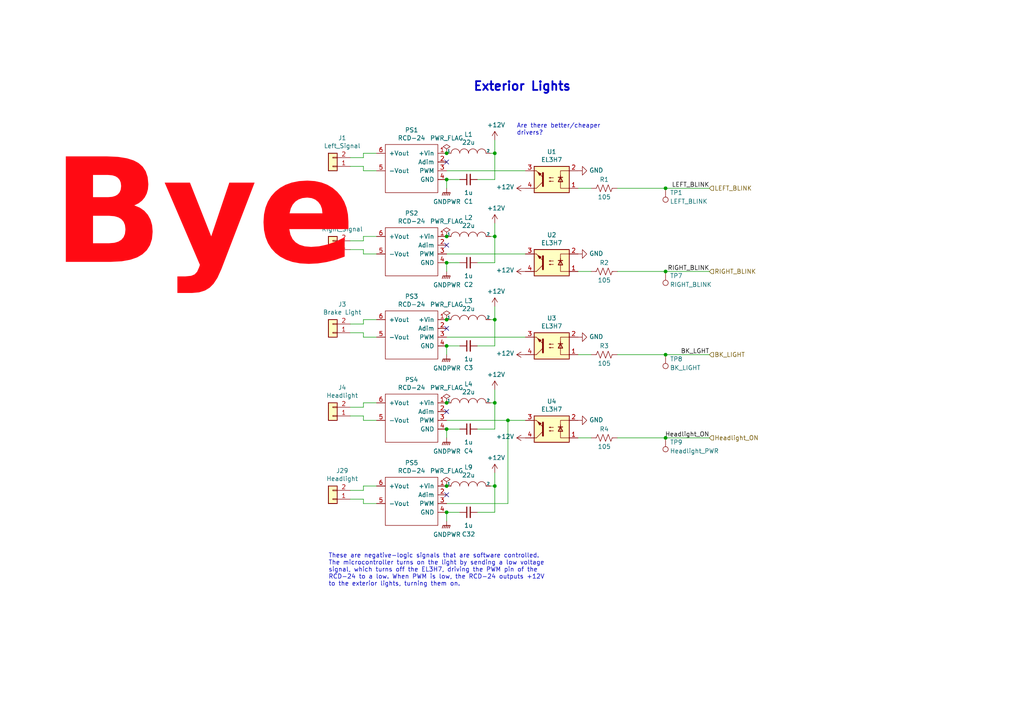
<source format=kicad_sch>
(kicad_sch (version 20230121) (generator eeschema)
  (paper "A4")
  (lib_symbols
    (symbol "Connector:TestPoint" (pin_numbers hide) (pin_names (offset 0.762) hide)
      (property "Reference" "TP" (at 0 6.858 0))
      (property "Value" "TestPoint" (at 0 5.08 0))
      (symbol "TestPoint_0_1"
        (circle (center 0 3.302) (radius 0.762))
      )
      (symbol "TestPoint_1_1"
        (pin passive line (at 0 0 90) (length 2.54) (name "1") (number "1"))
      )
    )
    (symbol "Connector_Generic:Conn_01x02" (pin_names (offset 1.016) hide)
      (property "Reference" "J" (at 0 2.54 0))
      (property "Value" "Conn_01x02" (at 0 -5.08 0))
      (symbol "Conn_01x02_1_1"
        (rectangle (start -1.27 -2.413) (end 0 -2.667) (stroke (width 0.1524)))
        (rectangle (start -1.27 0.127) (end 0 -0.127) (stroke (width 0.1524)))
        (rectangle (start -1.27 1.27) (end 1.27 -3.81) (stroke (width 0.254)) (fill (type background)))
        (pin passive line (at -5.08 0 0) (length 3.81) (name "Pin_1") (number "1"))
        (pin passive line (at -5.08 -2.54 0) (length 3.81) (name "Pin_2") (number "2"))
      )
    )
    (symbol "Dash:RCD-24" (pin_names (offset 1.016))
      (property "Reference" "PS" (at 5.08 7.62 0))
      (property "Value" "RCD-24" (at -3.81 7.62 0))
      (symbol "RCD-24_0_1"
        (rectangle (start 7.62 6.35) (end -7.62 -7.62))
      )
      (symbol "RCD-24_1_1"
        (pin input line (at 10.16 3.81 180) (length 2.54) (name "+Vin") (number "1"))
        (pin input line (at 10.16 1.27 180) (length 2.54) (name "Adim") (number "2"))
        (pin input line (at 10.16 -1.27 180) (length 2.54) (name "PWM") (number "3"))
        (pin input line (at 10.16 -3.81 180) (length 2.54) (name "GND") (number "4"))
        (pin output line (at -10.16 -1.27 0) (length 2.54) (name "-Vout") (number "5"))
        (pin output line (at -10.16 3.81 0) (length 2.54) (name "+Vout") (number "6"))
      )
    )
    (symbol "Device:C_Small" (pin_numbers hide) (pin_names (offset 0.254) hide)
      (property "Reference" "C" (at 0.254 1.778 0))
      (property "Value" "C_Small" (at 0.254 -2.032 0))
      (symbol "C_Small_0_1"
        (polyline (pts (xy -1.524 -0.508) (xy 1.524 -0.508)) (stroke (width 0.3302)))
        (polyline (pts (xy -1.524 0.508) (xy 1.524 0.508)) (stroke (width 0.3048)))
      )
      (symbol "C_Small_1_1"
        (pin passive line (at 0 2.54 270) (length 2.032) (name "~") (number "1"))
        (pin passive line (at 0 -2.54 90) (length 2.032) (name "~") (number "2"))
      )
    )
    (symbol "Device:R_US" (pin_numbers hide) (pin_names (offset 0))
      (property "Reference" "R" (at 2.54 0 90))
      (property "Value" "R_US" (at -2.54 0 90))
      (symbol "R_US_0_1"
        (polyline (pts (xy 0 -2.286) (xy 0 -2.54)))
        (polyline (pts (xy 0 2.286) (xy 0 2.54)))
        (polyline (pts (xy 0 -0.762) (xy 1.016 -1.143) (xy 0 -1.524) (xy -1.016 -1.905) (xy 0 -2.286)))
        (polyline (pts (xy 0 0.762) (xy 1.016 0.381) (xy 0 0) (xy -1.016 -0.381) (xy 0 -0.762)))
        (polyline (pts (xy 0 2.286) (xy 1.016 1.905) (xy 0 1.524) (xy -1.016 1.143) (xy 0 0.762)))
      )
      (symbol "R_US_1_1"
        (pin passive line (at 0 3.81 270) (length 1.27) (name "~") (number "1"))
        (pin passive line (at 0 -3.81 90) (length 1.27) (name "~") (number "2"))
      )
    )
    (symbol "Isolator:SFH617A-1" (pin_names (offset 1.016))
      (property "Reference" "U" (at -5.08 5.08 0))
      (property "Value" "SFH617A-1" (at 0 5.08 0))
      (symbol "SFH617A-1_0_1"
        (rectangle (start -5.08 3.81) (end 5.08 -3.81) (stroke (width 0.254)) (fill (type background)))
        (polyline (pts (xy -3.175 -0.635) (xy -1.905 -0.635)) (stroke (width 0.254)))
        (polyline (pts (xy 2.54 0.635) (xy 4.445 2.54)))
        (polyline (pts (xy 4.445 -2.54) (xy 2.54 -0.635)) (fill (type outline)))
        (polyline (pts (xy 4.445 -2.54) (xy 5.08 -2.54)))
        (polyline (pts (xy 4.445 2.54) (xy 5.08 2.54)))
        (polyline (pts (xy -2.54 -0.635) (xy -2.54 -2.54) (xy -5.08 -2.54)))
        (polyline (pts (xy 2.54 1.905) (xy 2.54 -1.905) (xy 2.54 -1.905)) (stroke (width 0.508)))
        (polyline (pts (xy -5.08 2.54) (xy -2.54 2.54) (xy -2.54 -1.27) (xy -2.54 0.635)))
        (polyline (pts (xy -2.54 -0.635) (xy -3.175 0.635) (xy -1.905 0.635) (xy -2.54 -0.635)) (stroke (width 0.254)))
        (polyline (pts (xy -0.508 -0.508) (xy 0.762 -0.508) (xy 0.381 -0.635) (xy 0.381 -0.381) (xy 0.762 -0.508)))
        (polyline (pts (xy -0.508 0.508) (xy 0.762 0.508) (xy 0.381 0.381) (xy 0.381 0.635) (xy 0.762 0.508)))
        (polyline (pts (xy 3.048 -1.651) (xy 3.556 -1.143) (xy 4.064 -2.159) (xy 3.048 -1.651) (xy 3.048 -1.651)) (fill (type outline)))
      )
      (symbol "SFH617A-1_1_1"
        (pin passive line (at -7.62 2.54 0) (length 2.54) (name "~") (number "1"))
        (pin passive line (at -7.62 -2.54 0) (length 2.54) (name "~") (number "2"))
        (pin passive line (at 7.62 -2.54 180) (length 2.54) (name "~") (number "3"))
        (pin passive line (at 7.62 2.54 180) (length 2.54) (name "~") (number "4"))
      )
    )
    (symbol "power:+12V" (power) (pin_names (offset 0))
      (property "Value" "+12V" (at 0 3.556 0))
      (symbol "+12V_0_1"
        (polyline (pts (xy -0.762 1.27) (xy 0 2.54)))
        (polyline (pts (xy 0 0) (xy 0 2.54)))
        (polyline (pts (xy 0 2.54) (xy 0.762 1.27)))
      )
      (symbol "+12V_1_1"
        (pin power_in line (at 0 0 90) (length 0) hide (name "+12V") (number "1"))
      )
    )
    (symbol "power:GND" (power) (pin_names (offset 0))
      (property "Value" "GND" (at 0 -3.81 0))
      (symbol "GND_0_1"
        (polyline (pts (xy 0 0) (xy 0 -1.27) (xy 1.27 -1.27) (xy 0 -2.54) (xy -1.27 -1.27) (xy 0 -1.27)))
      )
      (symbol "GND_1_1"
        (pin power_in line (at 0 0 270) (length 0) hide (name "GND") (number "1"))
      )
    )
    (symbol "power:GNDPWR" (power) (pin_names (offset 0))
      (property "Value" "GNDPWR" (at 0 -3.302 0))
      (symbol "GNDPWR_0_1"
        (polyline (pts (xy 0 -1.27) (xy 0 0)))
        (polyline (pts (xy -1.016 -1.27) (xy -1.27 -2.032) (xy -1.27 -2.032)) (stroke (width 0.2032)))
        (polyline (pts (xy -0.508 -1.27) (xy -0.762 -2.032) (xy -0.762 -2.032)) (stroke (width 0.2032)))
        (polyline (pts (xy 0 -1.27) (xy -0.254 -2.032) (xy -0.254 -2.032)) (stroke (width 0.2032)))
        (polyline (pts (xy 0.508 -1.27) (xy 0.254 -2.032) (xy 0.254 -2.032)) (stroke (width 0.2032)))
        (polyline (pts (xy 1.016 -1.27) (xy -1.016 -1.27) (xy -1.016 -1.27)) (stroke (width 0.2032)))
        (polyline (pts (xy 1.016 -1.27) (xy 0.762 -2.032) (xy 0.762 -2.032) (xy 0.762 -2.032)) (stroke (width 0.2032)))
      )
      (symbol "GNDPWR_1_1"
        (pin power_in line (at 0 0 270) (length 0) hide (name "GNDPWR") (number "1"))
      )
    )
    (symbol "power:PWR_FLAG" (power) (pin_numbers hide) (pin_names (offset 0) hide)
      (property "Value" "PWR_FLAG" (at 0 3.81 0))
      (symbol "PWR_FLAG_0_0"
        (pin power_out line (at 0 0 90) (length 0) (name "pwr") (number "1"))
      )
      (symbol "PWR_FLAG_0_1"
        (polyline (pts (xy 0 0) (xy 0 1.27) (xy -1.016 1.905) (xy 0 2.54) (xy 1.016 1.905) (xy 0 1.27)))
      )
    )
    (symbol "pspice:INDUCTOR" (pin_numbers hide) (pin_names (offset 0))
      (property "Reference" "L" (at 0 2.54 0))
      (property "Value" "INDUCTOR" (at 0 -1.27 0))
      (symbol "INDUCTOR_0_1"
        (arc (start -2.54 0) (mid -3.81 1.2645) (end -5.08 0))
        (arc (start 0 0) (mid -1.27 1.2645) (end -2.54 0))
        (arc (start 2.54 0) (mid 1.27 1.2645) (end 0 0))
        (arc (start 5.08 0) (mid 3.81 1.2645) (end 2.54 0))
      )
      (symbol "INDUCTOR_1_1"
        (pin input line (at -6.35 0 0) (length 1.27) (name "1") (number "1"))
        (pin input line (at 6.35 0 180) (length 1.27) (name "2") (number "2"))
      )
    )
  )
  (junction (at 143.51 116.84))
  (junction (at 129.54 100.33))
  (junction (at 193.04 54.61))
  (junction (at 129.54 92.71))
  (junction (at 129.54 148.59))
  (junction (at 129.54 68.58))
  (junction (at 193.04 102.87))
  (junction (at 193.04 78.74))
  (junction (at 143.51 140.97))
  (junction (at 147.32 121.92))
  (junction (at 143.51 68.58))
  (junction (at 143.51 44.45))
  (junction (at 143.51 92.71))
  (junction (at 129.54 52.07))
  (junction (at 129.54 116.84))
  (junction (at 129.54 124.46))
  (junction (at 129.54 44.45))
  (junction (at 129.54 140.97))
  (junction (at 193.04 127))
  (junction (at 129.54 76.2))
  (no_connect (at 129.54 95.25))
  (no_connect (at 129.54 119.38))
  (no_connect (at 129.54 46.99))
  (no_connect (at 129.54 143.51))
  (no_connect (at 129.54 71.12))
  (wire (pts (xy 105.41 144.78) (xy 105.41 146.05)))
  (wire (pts (xy 105.41 72.39) (xy 105.41 73.66)))
  (wire (pts (xy 167.64 127) (xy 171.45 127)))
  (wire (pts (xy 105.41 73.66) (xy 109.22 73.66)))
  (wire (pts (xy 143.51 124.46) (xy 143.51 116.84)))
  (wire (pts (xy 101.6 45.72) (xy 105.41 45.72)))
  (wire (pts (xy 138.43 124.46) (xy 143.51 124.46)))
  (wire (pts (xy 143.51 76.2) (xy 143.51 68.58)))
  (wire (pts (xy 101.6 93.98) (xy 105.41 93.98)))
  (wire (pts (xy 105.41 118.11) (xy 105.41 116.84)))
  (wire (pts (xy 129.54 102.87) (xy 129.54 100.33)))
  (wire (pts (xy 138.43 148.59) (xy 143.51 148.59)))
  (wire (pts (xy 179.07 127) (xy 193.04 127)))
  (wire (pts (xy 205.74 54.61) (xy 193.04 54.61)))
  (wire (pts (xy 105.41 48.26) (xy 105.41 49.53)))
  (wire (pts (xy 143.51 92.71) (xy 143.51 88.9)))
  (wire (pts (xy 129.54 151.13) (xy 129.54 148.59)))
  (wire (pts (xy 105.41 44.45) (xy 109.22 44.45)))
  (wire (pts (xy 142.24 140.97) (xy 143.51 140.97)))
  (wire (pts (xy 105.41 116.84) (xy 109.22 116.84)))
  (wire (pts (xy 152.4 73.66) (xy 129.54 73.66)))
  (wire (pts (xy 129.54 100.33) (xy 133.35 100.33)))
  (wire (pts (xy 101.6 120.65) (xy 105.41 120.65)))
  (wire (pts (xy 152.4 49.53) (xy 129.54 49.53)))
  (wire (pts (xy 143.51 148.59) (xy 143.51 140.97)))
  (wire (pts (xy 142.24 68.58) (xy 143.51 68.58)))
  (wire (pts (xy 138.43 52.07) (xy 143.51 52.07)))
  (wire (pts (xy 129.54 52.07) (xy 133.35 52.07)))
  (wire (pts (xy 129.54 148.59) (xy 133.35 148.59)))
  (wire (pts (xy 142.24 44.45) (xy 143.51 44.45)))
  (wire (pts (xy 179.07 102.87) (xy 193.04 102.87)))
  (wire (pts (xy 129.54 124.46) (xy 133.35 124.46)))
  (wire (pts (xy 147.32 121.92) (xy 147.32 146.05)))
  (wire (pts (xy 138.43 100.33) (xy 143.51 100.33)))
  (wire (pts (xy 143.51 100.33) (xy 143.51 92.71)))
  (wire (pts (xy 193.04 127) (xy 205.74 127)))
  (wire (pts (xy 105.41 45.72) (xy 105.41 44.45)))
  (wire (pts (xy 138.43 76.2) (xy 143.51 76.2)))
  (wire (pts (xy 129.54 76.2) (xy 133.35 76.2)))
  (wire (pts (xy 105.41 121.92) (xy 109.22 121.92)))
  (wire (pts (xy 179.07 54.61) (xy 193.04 54.61)))
  (wire (pts (xy 143.51 116.84) (xy 143.51 113.03)))
  (wire (pts (xy 143.51 68.58) (xy 143.51 64.77)))
  (wire (pts (xy 152.4 121.92) (xy 147.32 121.92)))
  (wire (pts (xy 152.4 97.79) (xy 129.54 97.79)))
  (wire (pts (xy 105.41 49.53) (xy 109.22 49.53)))
  (wire (pts (xy 147.32 121.92) (xy 129.54 121.92)))
  (wire (pts (xy 101.6 69.85) (xy 105.41 69.85)))
  (wire (pts (xy 142.24 116.84) (xy 143.51 116.84)))
  (wire (pts (xy 105.41 146.05) (xy 109.22 146.05)))
  (wire (pts (xy 167.64 54.61) (xy 171.45 54.61)))
  (wire (pts (xy 205.74 78.74) (xy 193.04 78.74)))
  (wire (pts (xy 105.41 96.52) (xy 105.41 97.79)))
  (wire (pts (xy 101.6 48.26) (xy 105.41 48.26)))
  (wire (pts (xy 129.54 78.74) (xy 129.54 76.2)))
  (wire (pts (xy 105.41 93.98) (xy 105.41 92.71)))
  (wire (pts (xy 143.51 140.97) (xy 143.51 137.16)))
  (wire (pts (xy 105.41 92.71) (xy 109.22 92.71)))
  (wire (pts (xy 105.41 68.58) (xy 109.22 68.58)))
  (wire (pts (xy 101.6 72.39) (xy 105.41 72.39)))
  (wire (pts (xy 142.24 92.71) (xy 143.51 92.71)))
  (wire (pts (xy 101.6 96.52) (xy 105.41 96.52)))
  (wire (pts (xy 101.6 144.78) (xy 105.41 144.78)))
  (wire (pts (xy 101.6 142.24) (xy 105.41 142.24)))
  (wire (pts (xy 129.54 127) (xy 129.54 124.46)))
  (wire (pts (xy 105.41 142.24) (xy 105.41 140.97)))
  (wire (pts (xy 105.41 69.85) (xy 105.41 68.58)))
  (wire (pts (xy 167.64 102.87) (xy 171.45 102.87)))
  (wire (pts (xy 143.51 52.07) (xy 143.51 44.45)))
  (wire (pts (xy 205.74 102.87) (xy 193.04 102.87)))
  (wire (pts (xy 167.64 78.74) (xy 171.45 78.74)))
  (wire (pts (xy 129.54 54.61) (xy 129.54 52.07)))
  (wire (pts (xy 143.51 44.45) (xy 143.51 40.64)))
  (wire (pts (xy 101.6 118.11) (xy 105.41 118.11)))
  (wire (pts (xy 179.07 78.74) (xy 193.04 78.74)))
  (wire (pts (xy 105.41 140.97) (xy 109.22 140.97)))
  (wire (pts (xy 105.41 97.79) (xy 109.22 97.79)))
  (wire (pts (xy 105.41 120.65) (xy 105.41 121.92)))
  (wire (pts (xy 147.32 146.05) (xy 129.54 146.05)))
  (text "Bye" (at 15.24 88.9 0) (effects (font (size 30 30) (thickness 6) bold) (justify left bottom)))
  (text "These are negative-logic signals that are software controlled.\nThe microcontroller turns on the light by sending a low voltage\nsignal, which turns off the EL3H7, driving the PWM pin of the \nRCD-24 to a low. When PWM is low, the RCD-24 outputs +12V\nto the exterior lights, turning them on. " (at 95.25 170.18 0) (effects (font (size 1.27 1.27)) (justify left bottom)))
  (text "Exterior Lights" (at 137.16 26.67 0) (effects (font (size 2.54 2.54) (thickness 0.508) bold) (justify left bottom)))
  (text "Are there better/cheaper\ndrivers?" (at 149.86 39.37 0) (effects (font (size 1.27 1.27)) (justify left bottom)))
  (label "RIGHT_BLINK" (at 205.74 78.74 180))
  (label "Headlight_ON" (at 205.74 127 180))
  (label "BK_LGHT" (at 205.74 102.87 180))
  (label "LEFT_BLINK" (at 205.74 54.61 180))
  (hierarchical_label "LEFT_BLINK" (shape input) (at 205.74 54.61 0))
  (hierarchical_label "RIGHT_BLINK" (shape input) (at 205.74 78.74 0))
  (hierarchical_label "Headlight_ON" (shape input) (at 205.74 127 0))
  (hierarchical_label "BK_LIGHT" (shape input) (at 205.74 102.87 0))
  (symbol (lib_id "Isolator:SFH617A-1") (at 160.02 52.07 180) (unit 1)
    (property "Reference" "U1" (at 160.02 44.0182 0))
    (property "Value" "EL3H7" (at 160.02 46.3296 0))
    (property "Footprint" "Package_SO:SOP-4_4.4x2.6mm_P1.27mm" (effects hide))
    (property "Mouser Part Number" "638-EL3H7DTAVG " (effects hide))
  )
  (symbol (lib_id "Device:R_US") (at 175.26 54.61 90) (unit 1)
    (property "Reference" "R1" (at 175.26 52.07 90))
    (property "Value" "105" (at 175.26 57.15 90))
    (property "Footprint" "Resistor_SMD:R_0805_2012Metric" (effects hide))
    (property "Mouser Part Number" "71-CRCW0805105RFKEA " (effects hide))
  )
  (symbol (lib_id "power:GND") (at 167.64 49.53 90) (unit 1)
    (property "Reference" "#PWR0111" (effects hide))
    (property "Value" "GND" (at 170.8912 49.403 90) (effects (justify right)))
  )
  (symbol (lib_id "pspice:INDUCTOR") (at 135.89 44.45 0) (unit 1)
    (property "Reference" "L1" (at 135.89 38.989 0))
    (property "Value" "22u" (at 135.89 41.3004 0))
    (property "Footprint" "Inductor_SMD:L_0805_2012Metric" (effects hide))
    (property "Mouser Part Number" "81-LQM21DH220M70L " (effects hide))
  )
  (symbol (lib_id "power:+12V") (at 143.51 40.64 0) (unit 1)
    (property "Reference" "#PWR0112" (effects hide))
    (property "Value" "+12V" (at 143.891 36.2458 0))
  )
  (symbol (lib_id "Device:C_Small") (at 135.89 52.07 90) (unit 1)
    (property "Reference" "C1" (at 135.89 58.42 90))
    (property "Value" "1u" (at 135.89 55.88 90))
    (property "Footprint" "Capacitor_SMD:C_0805_2012Metric" (effects hide))
    (property "Mouser Part Number" "80-C0805C105J3RECAUT " (effects hide))
  )
  (symbol (lib_id "power:GNDPWR") (at 129.54 54.61 0) (unit 1)
    (property "Reference" "#PWR0113" (effects hide))
    (property "Value" "GNDPWR" (at 129.6416 58.5216 0))
  )
  (symbol (lib_id "power:+12V") (at 152.4 54.61 90) (unit 1)
    (property "Reference" "#PWR0114" (effects hide))
    (property "Value" "+12V" (at 149.1488 54.229 90) (effects (justify left)))
  )
  (symbol (lib_id "Connector_Generic:Conn_01x02") (at 96.52 48.26 180) (unit 1)
    (property "Reference" "J1" (at 99.2632 40.005 0))
    (property "Value" "Left_Signal" (at 99.2632 42.3164 0))
    (property "Footprint" "UTSVT_Connectors:Molex_MicroFit3.0_1x2xP3.00mm_PolarizingPeg_Vertical" (effects hide))
  )
  (symbol (lib_id "Isolator:SFH617A-1") (at 160.02 76.2 180) (unit 1)
    (property "Reference" "U2" (at 160.02 68.1482 0))
    (property "Value" "EL3H7" (at 160.02 70.4596 0))
    (property "Footprint" "Package_SO:SOP-4_4.4x2.6mm_P1.27mm" (effects hide))
    (property "Mouser Part Number" "638-EL3H7DTAVG " (effects hide))
  )
  (symbol (lib_id "Device:R_US") (at 175.26 78.74 90) (unit 1)
    (property "Reference" "R2" (at 175.26 76.2 90))
    (property "Value" "105" (at 175.26 81.28 90))
    (property "Footprint" "Resistor_SMD:R_0805_2012Metric" (effects hide))
    (property "Mouser Part Number" "71-CRCW0805105RFKEA " (effects hide))
  )
  (symbol (lib_id "power:GND") (at 167.64 73.66 90) (unit 1)
    (property "Reference" "#PWR0115" (effects hide))
    (property "Value" "GND" (at 170.8912 73.533 90) (effects (justify right)))
  )
  (symbol (lib_id "pspice:INDUCTOR") (at 135.89 68.58 0) (unit 1)
    (property "Reference" "L2" (at 135.89 63.119 0))
    (property "Value" "22u" (at 135.89 65.4304 0))
    (property "Footprint" "Inductor_SMD:L_0805_2012Metric" (effects hide))
    (property "Mouser Part Number" "81-LQM21DH220M70L " (effects hide))
  )
  (symbol (lib_id "power:+12V") (at 143.51 64.77 0) (unit 1)
    (property "Reference" "#PWR0116" (effects hide))
    (property "Value" "+12V" (at 143.891 60.3758 0))
  )
  (symbol (lib_id "Device:C_Small") (at 135.89 76.2 90) (unit 1)
    (property "Reference" "C2" (at 135.89 82.55 90))
    (property "Value" "1u" (at 135.89 80.01 90))
    (property "Footprint" "Capacitor_SMD:C_0805_2012Metric" (effects hide))
    (property "Mouser Part Number" "80-C0805C105J3RECAUT " (effects hide))
  )
  (symbol (lib_id "power:GNDPWR") (at 129.54 78.74 0) (unit 1)
    (property "Reference" "#PWR0117" (effects hide))
    (property "Value" "GNDPWR" (at 129.6416 82.6516 0))
  )
  (symbol (lib_id "power:+12V") (at 152.4 78.74 90) (unit 1)
    (property "Reference" "#PWR0118" (effects hide))
    (property "Value" "+12V" (at 149.1488 78.359 90) (effects (justify left)))
  )
  (symbol (lib_id "Connector_Generic:Conn_01x02") (at 96.52 72.39 180) (unit 1)
    (property "Reference" "J2" (at 99.2632 64.135 0))
    (property "Value" "Right_Signal" (at 99.2632 66.4464 0))
    (property "Footprint" "UTSVT_Connectors:Molex_MicroFit3.0_1x2xP3.00mm_PolarizingPeg_Vertical" (effects hide))
  )
  (symbol (lib_id "Isolator:SFH617A-1") (at 160.02 100.33 180) (unit 1)
    (property "Reference" "U3" (at 160.02 92.2782 0))
    (property "Value" "EL3H7" (at 160.02 94.5896 0))
    (property "Footprint" "Package_SO:SOP-4_4.4x2.6mm_P1.27mm" (effects hide))
    (property "Mouser Part Number" "638-EL3H7DTAVG " (effects hide))
  )
  (symbol (lib_id "Device:R_US") (at 175.26 102.87 90) (unit 1)
    (property "Reference" "R3" (at 175.26 100.33 90))
    (property "Value" "105" (at 175.26 105.41 90))
    (property "Footprint" "Resistor_SMD:R_0805_2012Metric" (effects hide))
    (property "Mouser Part Number" "71-CRCW0805105RFKEA " (effects hide))
  )
  (symbol (lib_id "power:GND") (at 167.64 97.79 90) (unit 1)
    (property "Reference" "#PWR0119" (effects hide))
    (property "Value" "GND" (at 170.8912 97.663 90) (effects (justify right)))
  )
  (symbol (lib_id "pspice:INDUCTOR") (at 135.89 92.71 0) (unit 1)
    (property "Reference" "L3" (at 135.89 87.249 0))
    (property "Value" "22u" (at 135.89 89.5604 0))
    (property "Footprint" "Inductor_SMD:L_0805_2012Metric" (effects hide))
    (property "Mouser Part Number" "81-LQM21DH220M70L " (effects hide))
  )
  (symbol (lib_id "power:+12V") (at 143.51 88.9 0) (unit 1)
    (property "Reference" "#PWR0120" (effects hide))
    (property "Value" "+12V" (at 143.891 84.5058 0))
  )
  (symbol (lib_id "Device:C_Small") (at 135.89 100.33 90) (unit 1)
    (property "Reference" "C3" (at 135.89 106.68 90))
    (property "Value" "1u" (at 135.89 104.14 90))
    (property "Footprint" "Capacitor_SMD:C_0805_2012Metric" (effects hide))
    (property "Mouser Part Number" "80-C0805C105J3RECAUT " (effects hide))
  )
  (symbol (lib_id "power:GNDPWR") (at 129.54 102.87 0) (unit 1)
    (property "Reference" "#PWR0121" (effects hide))
    (property "Value" "GNDPWR" (at 129.6416 106.7816 0))
  )
  (symbol (lib_id "power:+12V") (at 152.4 102.87 90) (unit 1)
    (property "Reference" "#PWR0122" (effects hide))
    (property "Value" "+12V" (at 149.1488 102.489 90) (effects (justify left)))
  )
  (symbol (lib_id "Connector_Generic:Conn_01x02") (at 96.52 96.52 180) (unit 1)
    (property "Reference" "J3" (at 99.2632 88.265 0))
    (property "Value" "Brake Light" (at 99.2632 90.5764 0))
    (property "Footprint" "UTSVT_Connectors:Molex_MicroFit3.0_1x2xP3.00mm_PolarizingPeg_Vertical" (effects hide))
  )
  (symbol (lib_id "Isolator:SFH617A-1") (at 160.02 124.46 180) (unit 1)
    (property "Reference" "U4" (at 160.02 116.4082 0))
    (property "Value" "EL3H7" (at 160.02 118.7196 0))
    (property "Footprint" "Package_SO:SOP-4_4.4x2.6mm_P1.27mm" (effects hide))
    (property "Mouser Part Number" "638-EL3H7DTAVG " (effects hide))
  )
  (symbol (lib_id "Device:R_US") (at 175.26 127 90) (unit 1)
    (property "Reference" "R4" (at 175.26 124.46 90))
    (property "Value" "105" (at 175.26 129.54 90))
    (property "Footprint" "Resistor_SMD:R_0805_2012Metric" (effects hide))
    (property "Mouser Part Number" "71-CRCW0805105RFKEA " (effects hide))
  )
  (symbol (lib_id "power:GND") (at 167.64 121.92 90) (unit 1)
    (property "Reference" "#PWR0123" (effects hide))
    (property "Value" "GND" (at 170.8912 121.793 90) (effects (justify right)))
  )
  (symbol (lib_id "pspice:INDUCTOR") (at 135.89 116.84 0) (unit 1)
    (property "Reference" "L4" (at 135.89 111.379 0))
    (property "Value" "22u" (at 135.89 113.6904 0))
    (property "Footprint" "Inductor_SMD:L_0805_2012Metric" (effects hide))
    (property "Mouser Part Number" "81-LQM21DH220M70L " (effects hide))
  )
  (symbol (lib_id "power:+12V") (at 143.51 113.03 0) (unit 1)
    (property "Reference" "#PWR0124" (effects hide))
    (property "Value" "+12V" (at 143.891 108.6358 0))
  )
  (symbol (lib_id "Device:C_Small") (at 135.89 124.46 90) (unit 1)
    (property "Reference" "C4" (at 135.89 130.81 90))
    (property "Value" "1u" (at 135.89 128.27 90))
    (property "Footprint" "Capacitor_SMD:C_0805_2012Metric" (effects hide))
    (property "Mouser Part Number" "80-C0805C105J3RECAUT " (effects hide))
  )
  (symbol (lib_id "power:GNDPWR") (at 129.54 127 0) (unit 1)
    (property "Reference" "#PWR0125" (effects hide))
    (property "Value" "GNDPWR" (at 129.6416 130.9116 0))
  )
  (symbol (lib_id "power:+12V") (at 152.4 127 90) (unit 1)
    (property "Reference" "#PWR0126" (effects hide))
    (property "Value" "+12V" (at 149.1488 126.619 90) (effects (justify left)))
  )
  (symbol (lib_id "Connector_Generic:Conn_01x02") (at 96.52 120.65 180) (unit 1)
    (property "Reference" "J4" (at 99.2632 112.395 0))
    (property "Value" "Headlight" (at 99.2632 114.7064 0))
    (property "Footprint" "UTSVT_Connectors:Molex_MicroFit3.0_1x2xP3.00mm_PolarizingPeg_Vertical" (effects hide))
  )
  (symbol (lib_id "Dash:RCD-24") (at 119.38 48.26 0) (unit 1)
    (property "Reference" "PS1" (at 119.38 37.719 0))
    (property "Value" "RCD-24" (at 119.38 40.0304 0))
    (property "Footprint" "UTSVT_Special:RCD-24" (effects hide))
  )
  (symbol (lib_id "Dash:RCD-24") (at 119.38 72.39 0) (unit 1)
    (property "Reference" "PS2" (at 119.38 61.849 0))
    (property "Value" "RCD-24" (at 119.38 64.1604 0))
    (property "Footprint" "UTSVT_Special:RCD-24" (effects hide))
  )
  (symbol (lib_id "Dash:RCD-24") (at 119.38 96.52 0) (unit 1)
    (property "Reference" "PS3" (at 119.38 85.979 0))
    (property "Value" "RCD-24" (at 119.38 88.2904 0))
    (property "Footprint" "UTSVT_Special:RCD-24" (effects hide))
  )
  (symbol (lib_id "Dash:RCD-24") (at 119.38 120.65 0) (unit 1)
    (property "Reference" "PS4" (at 119.38 110.109 0))
    (property "Value" "RCD-24" (at 119.38 112.4204 0))
    (property "Footprint" "UTSVT_Special:RCD-24" (effects hide))
  )
  (symbol (lib_id "Connector:TestPoint") (at 193.04 54.61 180) (unit 1)
    (property "Reference" "TP1" (at 194.31 55.88 0) (effects (justify right)))
    (property "Value" "LEFT_BLINK" (at 194.31 58.42 0) (effects (justify right)))
    (property "Footprint" "TestPoint:TestPoint_Pad_D1.5mm" (effects hide))
  )
  (symbol (lib_id "Connector:TestPoint") (at 193.04 78.74 180) (unit 1)
    (property "Reference" "TP7" (at 194.31 80.01 0) (effects (justify right)))
    (property "Value" "RIGHT_BLINK" (at 194.31 82.55 0) (effects (justify right)))
    (property "Footprint" "TestPoint:TestPoint_Pad_D1.5mm" (effects hide))
  )
  (symbol (lib_id "Connector:TestPoint") (at 193.04 102.87 180) (unit 1)
    (property "Reference" "TP8" (at 194.31 104.14 0) (effects (justify right)))
    (property "Value" "BK_LIGHT" (at 194.31 106.68 0) (effects (justify right)))
    (property "Footprint" "TestPoint:TestPoint_Pad_D1.5mm" (effects hide))
  )
  (symbol (lib_id "Connector:TestPoint") (at 193.04 127 180) (unit 1)
    (property "Reference" "TP9" (at 194.31 128.27 0) (effects (justify right)))
    (property "Value" "Headlight_PWR" (at 194.31 130.81 0) (effects (justify right)))
    (property "Footprint" "TestPoint:TestPoint_Pad_D1.5mm" (effects hide))
  )
  (symbol (lib_id "power:PWR_FLAG") (at 129.54 44.45 0) (unit 1)
    (property "Reference" "#FLG0104" (effects hide))
    (property "Value" "PWR_FLAG" (at 129.54 40.0558 0))
  )
  (symbol (lib_id "power:PWR_FLAG") (at 129.54 68.58 0) (unit 1)
    (property "Reference" "#FLG0105" (effects hide))
    (property "Value" "PWR_FLAG" (at 129.54 64.1858 0))
  )
  (symbol (lib_id "power:PWR_FLAG") (at 129.54 92.71 0) (unit 1)
    (property "Reference" "#FLG0106" (effects hide))
    (property "Value" "PWR_FLAG" (at 129.54 88.3158 0))
  )
  (symbol (lib_id "power:PWR_FLAG") (at 129.54 116.84 0) (unit 1)
    (property "Reference" "#FLG0107" (effects hide))
    (property "Value" "PWR_FLAG" (at 129.54 112.4458 0))
  )
  (symbol (lib_id "Connector_Generic:Conn_01x02") (at 96.52 144.78 180) (unit 1)
    (property "Reference" "J29" (at 99.2632 136.525 0))
    (property "Value" "Headlight" (at 99.2632 138.8364 0))
    (property "Footprint" "UTSVT_Connectors:Molex_MicroFit3.0_1x2xP3.00mm_PolarizingPeg_Vertical" (effects hide))
  )
  (symbol (lib_id "pspice:INDUCTOR") (at 135.89 140.97 0) (unit 1)
    (property "Reference" "L9" (at 135.89 135.509 0))
    (property "Value" "22u" (at 135.89 137.8204 0))
    (property "Footprint" "Inductor_SMD:L_0805_2012Metric" (effects hide))
    (property "Mouser Part Number" "81-LQM21DH220M70L " (effects hide))
  )
  (symbol (lib_id "power:+12V") (at 143.51 137.16 0) (unit 1)
    (property "Reference" "#PWR09" (effects hide))
    (property "Value" "+12V" (at 143.891 132.7658 0))
  )
  (symbol (lib_id "Device:C_Small") (at 135.89 148.59 90) (unit 1)
    (property "Reference" "C32" (at 135.89 154.94 90))
    (property "Value" "1u" (at 135.89 152.4 90))
    (property "Footprint" "Capacitor_SMD:C_0805_2012Metric" (effects hide))
    (property "Mouser Part Number" "80-C0805C105J3RECAUT " (effects hide))
  )
  (symbol (lib_id "power:GNDPWR") (at 129.54 151.13 0) (unit 1)
    (property "Reference" "#PWR08" (effects hide))
    (property "Value" "GNDPWR" (at 129.6416 155.0416 0))
  )
  (symbol (lib_id "Dash:RCD-24") (at 119.38 144.78 0) (unit 1)
    (property "Reference" "PS5" (at 119.38 134.239 0))
    (property "Value" "RCD-24" (at 119.38 136.5504 0))
    (property "Footprint" "UTSVT_Special:RCD-24" (effects hide))
  )
  (symbol (lib_id "power:PWR_FLAG") (at 129.54 140.97 0) (unit 1)
    (property "Reference" "#FLG01" (effects hide))
    (property "Value" "PWR_FLAG" (at 129.54 136.5758 0))
  )
)
</source>
